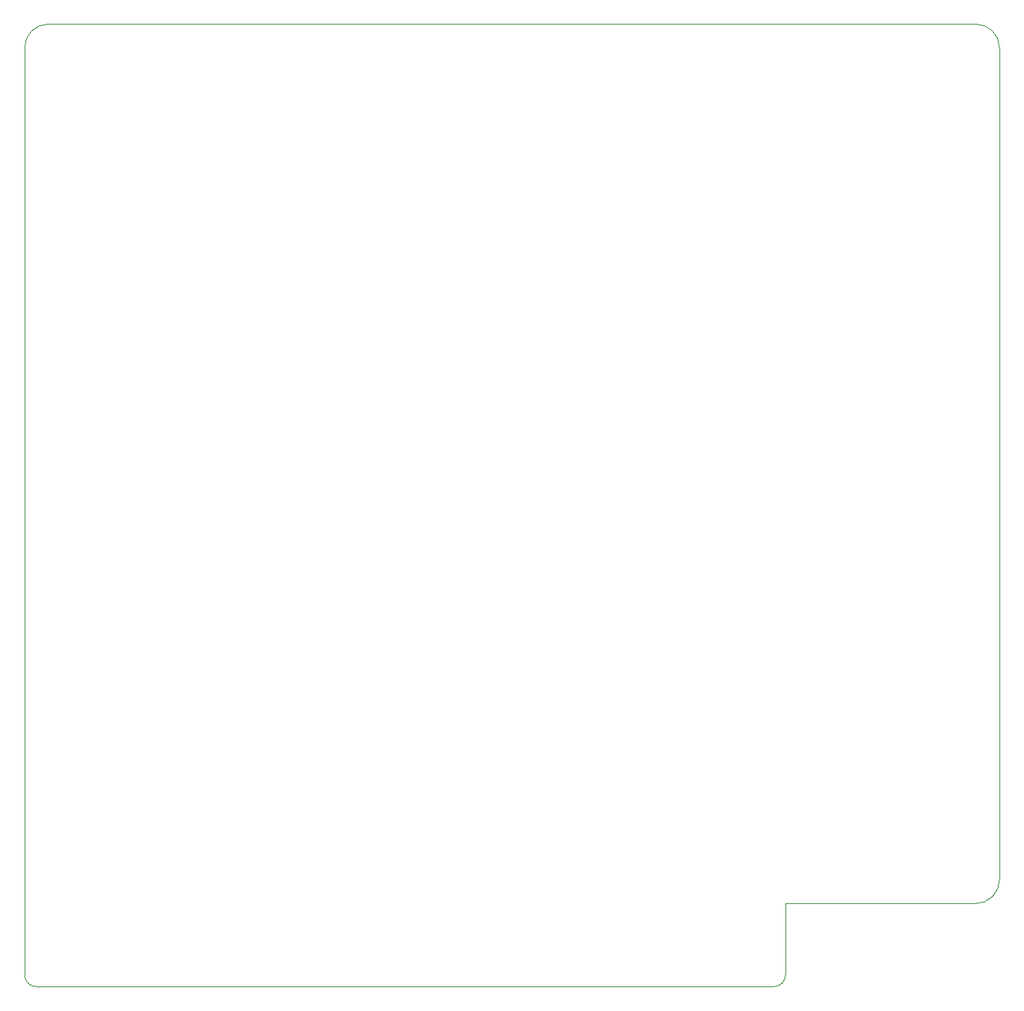
<source format=gm1>
%TF.GenerationSoftware,KiCad,Pcbnew,8.0.1*%
%TF.CreationDate,2025-01-29T15:22:11+01:00*%
%TF.ProjectId,ISA_EMS,4953415f-454d-4532-9e6b-696361645f70,rev?*%
%TF.SameCoordinates,Original*%
%TF.FileFunction,Profile,NP*%
%FSLAX46Y46*%
G04 Gerber Fmt 4.6, Leading zero omitted, Abs format (unit mm)*
G04 Created by KiCad (PCBNEW 8.0.1) date 2025-01-29 15:22:11*
%MOMM*%
%LPD*%
G01*
G04 APERTURE LIST*
%TA.AperFunction,Profile*%
%ADD10C,0.050000*%
%TD*%
G04 APERTURE END LIST*
D10*
X292100000Y-194310000D02*
X312420000Y-194310000D01*
X212090000Y-203200000D02*
X290830000Y-203200000D01*
X210820000Y-102870000D02*
X210820000Y-194310000D01*
X213360000Y-100330000D02*
X312420000Y-100330000D01*
X312420000Y-100330000D02*
G75*
G02*
X314960000Y-102870000I0J-2540000D01*
G01*
X314960000Y-191770000D02*
X314960000Y-102870000D01*
X210820000Y-102870000D02*
G75*
G02*
X213360000Y-100330000I2540000J0D01*
G01*
X292100000Y-201930000D02*
X292100000Y-194310000D01*
X314960000Y-191770000D02*
G75*
G02*
X312420000Y-194310000I-2540000J0D01*
G01*
X210820000Y-201930000D02*
X210820000Y-194310000D01*
X212090000Y-203200000D02*
G75*
G02*
X210820000Y-201930000I0J1270000D01*
G01*
X292100000Y-201930000D02*
G75*
G02*
X290830000Y-203200000I-1270000J0D01*
G01*
M02*

</source>
